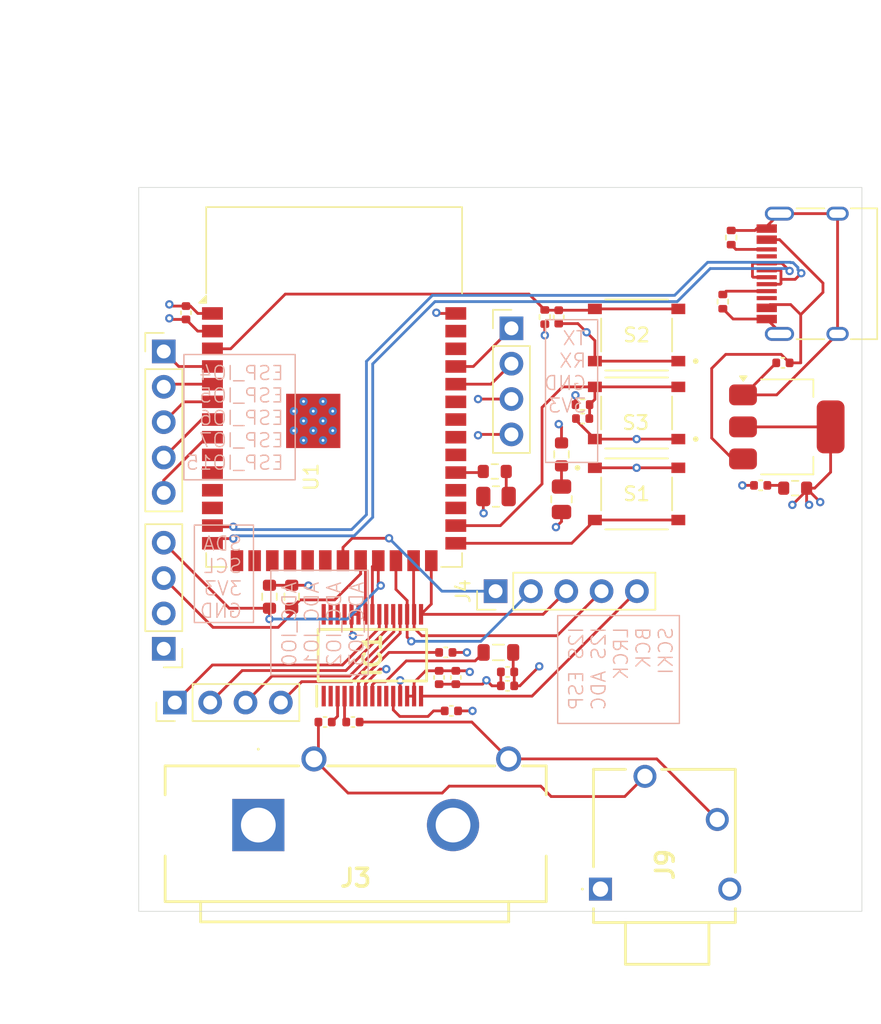
<source format=kicad_pcb>
(kicad_pcb (version 20240108) (generator "pcbnew") (generator_version "8.0")
  (layers (0 "F.Cu" signal) (1 "In1.Cu" signal) (2 "In2.Cu" signal) (31 "B.Cu" signal) (34 "B.Paste" user) (35 "F.Paste" user) (36 "B.SilkS" user "B.Silkscreen") (37 "F.SilkS" user "F.Silkscreen") (38 "B.Mask" user) (39 "F.Mask" user) (44 "Edge.Cuts" user))
  (net 0 "")
  (net 1 "GND")
  (net 2 "+5V")
  (net 3 "Net-(C2-Pad1)")
  (net 4 "+3V3")
  (net 5 "Net-(IC1-VINR1{slash}VIN2P)")
  (net 6 "Net-(IC1-VINL1{slash}VIN1P)")
  (net 7 "Net-(IC1-VREF)")
  (net 8 "Net-(IC1-LDO)")
  (net 9 "PHYS_INT")
  (net 10 "Net-(D1-A)")
  (net 11 "Net-(D2-A)")
  (net 13 "ADC_GPIO3")
  (net 15 "LRCK")
  (net 20 "SDA")
  (net 21 "SCKI")
  (net 22 "SCL")
  (net 23 "ADC_GPIO1")
  (net 24 "AVDD")
  (net 25 "DOUT_ADC")
  (net 26 "ADC_GPIO2")
  (net 28 "ADC_GPIO0")
  (net 31 "BCK")
  (net 32 "USB_D+")
  (net 35 "Net-(J2-CC1)")
  (net 36 "USB_D-")
  (net 37 "Net-(J2-CC2)")
  (net 38 "I2S_DOUT")
  (net 39 "ESP_IO6")
  (net 40 "ESP_IO15")
  (net 41 "ESP_IO5")
  (net 42 "ESP_IO4")
  (net 43 "ESP_IO7")
  (net 44 "TX")
  (net 45 "RX")
  (net 46 "RST")
  (net 47 "BOOT")
  (net 64 "R1")
  (net 65 "L1")
  (net 66 "ESP_IO38")
  (footprint "Resistor_SMD:R_0603_1608Metric" (layer "F.Cu") (at 181.4 78.175 90)
    (property "Reference" "R7" (hide yes))
    (property "Value" "2.2kOhm" (hide yes))
  )
  (footprint "Resistor_SMD:R_0805_2012Metric" (layer "F.Cu") (at 181.4 81.4 90)
    (property "Reference" "D1" (hide yes))
    (property "Value" "LED" (hide yes))
  )
  (footprint "Capacitor_SMD:C_0402_1005Metric" (layer "F.Cu") (at 197.32 71.6 180)
    (property "Reference" "C1" (hide yes))
    (property "Value" "10uF" (hide yes))
  )
  (footprint "Capacitor_SMD:C_0402_1005Metric" (layer "F.Cu") (at 173.8 94.2 90)
    (property "Reference" "C7" (hide yes))
    (property "Value" "10uF" (hide yes))
  )
  (footprint "KiCad:SJ43514" (layer "F.Cu") (at 184.2 109.4 90)
    (property "Reference" "J9")
    (property "Value" "SJ-43514" (hide yes))
  )
  (footprint "Resistor_SMD:R_0603_1608Metric" (layer "F.Cu") (at 176.6 79.4 180)
    (property "Reference" "R6" (hide yes))
    (property "Value" "2.2kOhm" (hide yes))
  )
  (footprint "Resistor_SMD:R_0402_1005Metric" (layer "F.Cu") (at 180.2 68.31 -90)
    (property "Reference" "R1" (hide yes))
    (property "Value" "10kOhm" (hide yes))
  )
  (footprint "Capacitor_SMD:C_0402_1005Metric" (layer "F.Cu") (at 177.52 93.8)
    (property "Reference" "C10" (hide yes))
    (property "Value" "100nF" (hide yes))
  )
  (footprint "Connector_PinHeader_2.54mm:PinHeader_1x05_P2.54mm_Vertical" (layer "F.Cu") (at 152.8 70.78)
    (property "Reference" "J5" (hide yes))
    (property "Value" "Conn_01x05_Pin" (hide yes))
  )
  (footprint "Resistor_SMD:R_0402_1005Metric" (layer "F.Cu") (at 193 67.2 -90)
    (property "Reference" "R4" (hide yes))
    (property "Value" "5.1kOhm" (hide yes))
  )
  (footprint "Connector_PinHeader_2.54mm:PinHeader_1x04_P2.54mm_Vertical" (layer "F.Cu") (at 152.8 92.14 180)
    (property "Reference" "J7" (hide yes))
    (property "Value" "Conn_01x04_Pin" (hide yes))
  )
  (footprint "Resistor_SMD:R_0603_1608Metric" (layer "F.Cu") (at 160.4 88.4 -90)
    (property "Reference" "R3" (hide yes))
    (property "Value" "2.2kOhm" (hide yes))
  )
  (footprint "Capacitor_SMD:C_0402_1005Metric" (layer "F.Cu") (at 173.48 96.6 180)
    (property "Reference" "C9" (hide yes))
    (property "Value" "2.2uF" (hide yes))
  )
  (footprint "Resistor_SMD:R_0402_1005Metric" (layer "F.Cu") (at 193.6 62.6 90)
    (property "Reference" "R5" (hide yes))
    (property "Value" "5.1kOhm" (hide yes))
  )
  (footprint "Capacitor_SMD:C_0402_1005Metric" (layer "F.Cu") (at 195.72 80.4 180)
    (property "Reference" "C2" (hide yes))
    (property "Value" "10uF" (hide yes))
  )
  (footprint "Capacitor_SMD:C_0402_1005Metric" (layer "F.Cu") (at 177.52 94.8)
    (property "Reference" "C11" (hide yes))
    (property "Value" "10uF" (hide yes))
  )
  (footprint "Capacitor_SMD:C_0402_1005Metric" (layer "F.Cu") (at 182.92 75.6)
    (property "Reference" "C12" (hide yes))
    (property "Value" "10uF" (hide yes))
  )
  (footprint "Capacitor_SMD:C_0402_1005Metric" (layer "F.Cu") (at 154.4 68 90)
    (property "Reference" "C3" (hide yes))
    (property "Value" "10uF" (hide yes))
  )
  (footprint "Resistor_SMD:R_0603_1608Metric" (layer "F.Cu") (at 198.2 80.6)
    (property "Reference" "R8" (hide yes))
    (property "Value" "0.5Ohm" (hide yes))
  )
  (footprint "Connector_USB:USB_C_Receptacle_HRO_TYPE-C-31-M-12" (layer "F.Cu") (at 200.2 65.2 90)
    (property "Reference" "J2" (hide yes))
    (property "Value" "USB_C_Receptacle_USB2.0_16P" (hide yes))
  )
  (footprint "Resistor_SMD:R_0805_2012Metric" (layer "F.Cu") (at 176.6875 81.2)
    (property "Reference" "D2" (hide yes))
    (property "Value" "LED" (hide yes))
  )
  (footprint "Resistor_SMD:R_0402_1005Metric" (layer "F.Cu") (at 182.91 74.6 180)
    (property "Reference" "R9" (hide yes))
    (property "Value" "10kOhm" (hide yes))
  )
  (footprint "RF_Module:ESP32-S3-WROOM-1" (layer "F.Cu") (at 165.05 73.31)
    (property "Reference" "U1")
    (property "Value" "ESP32-S3-WROOM-1" (hide yes))
  )
  (footprint "KiCad:SW_TS-1187A-B-A-B" (layer "F.Cu") (at 186.8 81.0125)
    (property "Reference" "S1")
    (property "Value" "TS-1187" (hide yes))
  )
  (footprint "KiCad:SOP50P640X120-30N" (layer "F.Cu") (at 167.8 92.6 90)
    (property "Reference" "IC1")
    (property "Value" "PCM1862DBT" (hide yes))
  )
  (footprint "KiCad:SW_TS-1187A-B-A-B" (layer "F.Cu") (at 186.8 69.6 180)
    (property "Reference" "S2")
    (property "Value" "TS-1187" (hide yes))
  )
  (footprint "Capacitor_SMD:C_0402_1005Metric" (layer "F.Cu") (at 166.4 97.4 180)
    (property "Reference" "C4" (hide yes))
    (property "Value" "10uF" (hide yes))
  )
  (footprint "KiCad:SW_TS-1187A-B-A-B" (layer "F.Cu") (at 186.8 75.2 180)
    (property "Reference" "S3")
    (property "Value" "TS-1187" (hide yes))
  )
  (footprint "Connector_PinHeader_2.54mm:PinHeader_1x05_P2.54mm_Vertical" (layer "F.Cu") (at 176.66 88 90)
    (property "Reference" "J4")
    (property "Value" "Conn_01x05_Pin" (hide yes))
  )
  (footprint "Inductor_SMD:L_0805_2012Metric" (layer "F.Cu") (at 176.8625 92.4 180)
    (property "Reference" "L1" (hide yes))
    (property "Value" "10uH" (hide yes))
  )
  (footprint "KiCad:RCJ2112" (layer "F.Cu") (at 159.6 104.8 180)
    (property "Reference" "J3")
    (property "Value" "RCJ-2112" (hide yes))
  )
  (footprint "Resistor_SMD:R_0603_1608Metric" (layer "F.Cu") (at 162 88.4 -90)
    (property "Reference" "R2" (hide yes))
    (property "Value" "2.2kOhm" (hide yes))
  )
  (footprint "Capacitor_SMD:C_0402_1005Metric" (layer "F.Cu") (at 172.6 94.2 90)
    (property "Reference" "C6" (hide yes))
    (property "Value" "100nF" (hide yes))
  )
  (footprint "Package_TO_SOT_SMD:SOT-223-3_TabPin2" (layer "F.Cu") (at 197.6 76.2)
    (property "Reference" "U2" (hide yes))
    (property "Value" "AMS1117-3.3" (hide yes))
  )
  (footprint "Capacitor_SMD:C_0402_1005Metric" (layer "F.Cu") (at 181.2 68.3 90)
    (property "Reference" "C13" (hide yes))
    (property "Value" "10uF" (hide yes))
  )
  (footprint "Capacitor_SMD:C_0402_1005Metric" (layer "F.Cu") (at 173.08 92.4 180)
    (property "Reference" "C8" (hide yes))
    (property "Value" "2.2uF" (hide yes))
  )
  (footprint "Connector_PinHeader_2.54mm:PinHeader_1x04_P2.54mm_Vertical" (layer "F.Cu") (at 177.8 69.12)
    (property "Reference" "J8" (hide yes))
    (property "Value" "Conn_01x04_Pin" (hide yes))
  )
  (footprint "Capacitor_SMD:C_0402_1005Metric" (layer "F.Cu") (at 164.4 97.4)
    (property "Reference" "C5" (hide yes))
    (property "Value" "10uF" (hide yes))
  )
  (footprint "Connector_PinHeader_2.54mm:PinHeader_1x04_P2.54mm_Vertical" (layer "F.Cu") (at 153.6 96 90)
    (property "Reference" "J6" (hide yes))
    (property "Value" "Conn_01x04_Pin" (hide yes))
  )
  (gr_rect (start 151 59) (end 203 111) (stroke (width 0.05)) (fill none) (layer "Edge.Cuts"))
  (gr_text_box "I2S ESP\nI2S ADC\nLRCK\nBCK\nSCKI" (start 181.125 89.75) (end 189.875 97.5) (angle 90) (layer "B.SilkS") (effects (font (size 1 1) (thickness 0.1)) (justify left top mirror)) (border yes) (stroke (width 0.1)))
  (gr_text_box "ADC_IO0\nADC_IO1\nADC_IO2\nADC_IO3" (start 160.5 86.5) (end 167.5 94) (angle 90) (layer "B.SilkS") (effects (font (size 1 1) (thickness 0.1)) (justify left top mirror)) (border yes) (stroke (width 0.1)))
  (gr_text_box "SDA\nSCL\n3V3\nGND" (start 155 83.25) (end 159.25 90.25) (layer "B.SilkS") (effects (font (size 1 1) (thickness 0.1)) (justify left top mirror)) (border yes) (stroke (width 0.1)))
  (gr_text_box "ESP_IO4\nESP_IO5\nESP_IO6\nESP_IO7\nESP_IO15" (start 154.25 71) (end 162.25 80) (layer "B.SilkS") (effects (font (size 1 1) (thickness 0.1)) (justify left top mirror)) (border yes) (stroke (width 0.1)))
  (gr_text_box "TX\nRX\nGND\n3V3" (start 180.25 68.5) (end 184 78.75) (layer "B.SilkS") (effects (font (size 1 1) (thickness 0.1)) (justify left top mirror)) (border yes) (stroke (width 0.1)))
  (segment (start 197.07 69.365) (end 196.155 68.45) (width 0.2) (layer "F.Cu") (net 1))
  (segment (start 193 67.71) (end 193.74 68.45) (width 0.2) (layer "F.Cu") (net 1))
  (segment (start 194.54 73.9) (end 196.84 71.6) (width 0.2) (layer "F.Cu") (net 1))
  (segment (start 175.775 81.2) (end 175.775 82.375) (width 0.2) (layer "F.Cu") (net 1))
  (segment (start 153.32 67.52) (end 153.2 67.4) (width 0.2) (layer "F.Cu") (net 1))
  (segment (start 167.3 95.538) (end 167.3 94.656122) (width 0.2) (layer "F.Cu") (net 1))
  (segment (start 183.8 71.475) (end 189.8 71.475) (width 0.2) (layer "F.Cu") (net 1))
  (segment (start 177.04 93.8) (end 177.04 94.8) (width 0.2) (layer "F.Cu") (net 1))
  (segment (start 154.4 67.52) (end 154.72 67.52) (width 0.2) (layer "F.Cu") (net 1))
  (segment (start 177.8 74.2) (end 175.4 74.2) (width 0.2) (layer "F.Cu") (net 1))
  (segment (start 176.4 94.8) (end 176 94.4) (width 0.2) (layer "F.Cu") (net 1))
  (segment (start 182.58 68.78) (end 183.2 69.4) (width 0.2) (layer "F.Cu") (net 1))
  (segment (start 196.155 61.95) (end 196.155 61.795) (width 0.2) (layer "F.Cu") (net 1))
  (segment (start 194.45 73.9) (end 194.54 73.9) (width 0.2) (layer "F.Cu") (net 1))
  (segment (start 181.4 82.3125) (end 181.4 83) (width 0.2) (layer "F.Cu") (net 1))
  (segment (start 173.56 92.4) (end 174.6 92.4) (width 0.2) (layer "F.Cu") (net 1))
  (segment (start 196.84 69.75) (end 197.07 69.52) (width 0.2) (layer "F.Cu") (net 1))
  (segment (start 169.8 95.538) (end 169.8 94.4) (width 0.2) (layer "F.Cu") (net 1))
  (segment (start 173.8 94.68) (end 175.72 94.68) (width 0.2) (layer "F.Cu") (net 1))
  (segment (start 193.74 68.45) (end 196.155 68.45) (width 0.2) (layer "F.Cu") (net 1))
  (segment (start 167.3 94.656122) (end 168.356122 93.6) (width 0.2) (layer "F.Cu") (net 1))
  (segment (start 195.24 80.4) (end 194.4 80.4) (width 0.2) (layer "F.Cu") (net 1))
  (segment (start 197.07 69.52) (end 197.07 69.365) (width 0.2) (layer "F.Cu") (net 1))
  (segment (start 201.25 60.88) (end 201.25 69.52) (width 0.2) (layer "F.Cu") (net 1))
  (segment (start 196.87 73.9) (end 194.45 73.9) (width 0.2) (layer "F.Cu") (net 1))
  (segment (start 196.155 61.795) (end 197.07 60.88) (width 0.2) (layer "F.Cu") (net 1))
  (segment (start 181.4 83) (end 181 83.4) (width 0.2) (layer "F.Cu") (net 1))
  (segment (start 182.44 75.6) (end 182.44 75.715) (width 0.2) (layer "F.Cu") (net 1))
  (segment (start 154.4 67.52) (end 153.32 67.52) (width 0.2) (layer "F.Cu") (net 1))
  (segment (start 181.2 68.78) (end 182.58 68.78) (width 0.2) (layer "F.Cu") (net 1))
  (segment (start 183.8 77.075) (end 189.8 77.075) (width 0.2) (layer "F.Cu") (net 1))
  (segment (start 183.8 79.1375) (end 189.8 79.1375) (width 0.2) (layer "F.Cu") (net 1))
  (segment (start 175.72 94.68) (end 176 94.4) (width 0.2) (layer "F.Cu") (net 1))
  (segment (start 195.45 61.95) (end 195.31 62.09) (width 0.2) (layer "F.Cu") (net 1))
  (segment (start 154.72 67.52) (end 155.25 68.05) (width 0.2) (layer "F.Cu") (net 1))
  (segment (start 183.8 70) (end 183.2 69.4) (width 0.2) (layer "F.Cu") (net 1))
  (segment (start 182.44 75.715) (end 183.8 77.075) (width 0.2) (layer "F.Cu") (net 1))
  (segment (start 168.356122 93.6) (end 168.8 93.6) (width 0.2) (layer "F.Cu") (net 1))
  (segment (start 173.8 68.05) (end 172.45 68.05) (width 0.2) (layer "F.Cu") (net 1))
  (segment (start 173.96 96.6) (end 175 96.6) (width 0.2) (layer "F.Cu") (net 1))
  (segment (start 201.25 69.52) (end 196.87 73.9) (width 0.2) (layer "F.Cu") (net 1))
  (segment (start 166.3 89.662) (end 166.8 89.662) (width 0.2) (layer "F.Cu") (net 1))
  (segment (start 195.31 62.09) (end 193.6 62.09) (width 0.2) (layer "F.Cu") (net 1))
  (segment (start 175.775 82.375) (end 175.8 82.4) (width 0.2) (layer "F.Cu") (net 1))
  (segment (start 155.25 68.05) (end 156.3 68.05) (width 0.2) (layer "F.Cu") (net 1))
  (segment (start 183.8 71.475) (end 183.8 70) (width 0.2) (layer "F.Cu") (net 1))
  (segment (start 172.6 94.68) (end 173.8 94.68) (width 0.2) (layer "F.Cu") (net 1))
  (segment (start 166.3 91.1) (end 166.4 91.2) (width 0.2) (layer "F.Cu") (net 1))
  (segment (start 156.11 68.24) (end 156.3 68.05) (width 0.2) (layer "F.Cu") (net 1))
  (segment (start 197.07 60.88) (end 201.25 60.88) (width 0.2) (layer "F.Cu") (net 1))
  (segment (start 166.3 89.662) (end 166.3 91.1) (width 0.2) (layer "F.Cu") (net 1))
  (segment (start 177.04 94.8) (end 176.4 94.8) (width 0.2) (layer "F.Cu") (net 1))
  (segment (start 196.155 61.95) (end 195.45 61.95) (width 0.2) (layer "F.Cu") (net 1))
  (segment (start 172.45 68.05) (end 172.4 68) (width 0.2) (layer "F.Cu") (net 1))
  (via (at 172.4 68) (size 0.6) (drill 0.3) (layers "F.Cu" "B.Cu") (net 1))
  (via (at 176 94.4) (size 0.6) (drill 0.3) (layers "F.Cu" "B.Cu") (net 1))
  (via (at 183.2 69.4) (size 0.6) (drill 0.3) (layers "F.Cu" "B.Cu") (net 1))
  (via (at 194.4 80.4) (size 0.6) (drill 0.3) (layers "F.Cu" "B.Cu") (net 1))
  (via (at 175.4 74.2) (size 0.6) (drill 0.3) (layers "F.Cu" "B.Cu") (net 1))
  (via (at 181 83.4) (size 0.6) (drill 0.3) (layers "F.Cu" "B.Cu") (net 1))
  (via (at 169.8 94.4) (size 0.6) (drill 0.3) (layers "F.Cu" "B.Cu") (net 1))
  (via (at 186.8 79.1375) (size 0.6) (drill 0.3) (layers "F.Cu" "B.Cu") (net 1))
  (via (at 174.6 92.4) (size 0.6) (drill 0.3) (layers "F.Cu" "B.Cu") (net 1))
  (via (at 175.8 82.4) (size 0.6) (drill 0.3) (layers "F.Cu" "B.Cu") (net 1))
  (via (at 168.8 93.6) (size 0.6) (drill 0.3) (layers "F.Cu" "B.Cu") (net 1))
  (via (at 175 96.6) (size 0.6) (drill 0.3) (layers "F.Cu" "B.Cu") (net 1))
  (via (at 166.4 91.2) (size 0.6) (drill 0.3) (layers "F.Cu" "B.Cu") (net 1))
  (via (at 186.8 77.075) (size 0.6) (drill 0.3) (layers "F.Cu" "B.Cu") (net 1))
  (via (at 153.2 67.4) (size 0.6) (drill 0.3) (layers "F.Cu" "B.Cu") (net 1))
  (segment (start 197.879594 67.415) (end 198.6 68.135406) (width 0.2) (layer "F.Cu") (net 2))
  (segment (start 193.7 78.5) (end 194.45 78.5) (width 0.2) (layer "F.Cu") (net 2))
  (segment (start 197.8 71.6) (end 197.19 70.99) (width 0.2) (layer "F.Cu") (net 2))
  (segment (start 200.2 65.87) (end 200.2 66.535406) (width 0.2) (layer "F.Cu") (net 2))
  (segment (start 196.155 67.65) (end 196.39 67.415) (width 0.2) (layer "F.Cu") (net 2))
  (segment (start 196.155 62.75) (end 197.08 62.75) (width 0.2) (layer "F.Cu") (net 2))
  (segment (start 193.21 70.99) (end 192.2 72) (width 0.2) (layer "F.Cu") (net 2))
  (segment (start 200.2 66.535406) (end 198.6 68.135406) (width 0.2) (layer "F.Cu") (net 2))
  (segment (start 198.6 68.135406) (end 198.6 71.6) (width 0.2) (layer "F.Cu") (net 2))
  (segment (start 197.08 62.75) (end 200.2 65.87) (width 0.2) (layer "F.Cu") (net 2))
  (segment (start 198.6 71.6) (end 197.8 71.6) (width 0.2) (layer "F.Cu") (net 2))
  (segment (start 197.19 70.99) (end 193.21 70.99) (width 0.2) (layer "F.Cu") (net 2))
  (segment (start 192.2 77) (end 193.7 78.5) (width 0.2) (layer "F.Cu") (net 2))
  (segment (start 196.39 67.415) (end 197.879594 67.415) (width 0.2) (layer "F.Cu") (net 2))
  (segment (start 192.2 72) (end 192.2 77) (width 0.2) (layer "F.Cu") (net 2))
  (segment (start 196.2 80.4) (end 197.175 80.4) (width 0.2) (layer "F.Cu") (net 3))
  (segment (start 197.175 80.4) (end 197.375 80.6) (width 0.2) (layer "F.Cu") (net 3))
  (segment (start 154.4 68.48) (end 153.28 68.48) (width 0.2) (layer "F.Cu") (net 4))
  (segment (start 199.025 80.6) (end 199.025 80.625) (width 0.2) (layer "F.Cu") (net 4))
  (segment (start 174.72 93.72) (end 174.8 93.8) (width 0.2) (layer "F.Cu") (net 4))
  (segment (start 177.925 93.725) (end 178 93.8) (width 0.2) (layer "F.Cu") (net 4))
  (segment (start 199.025 80.6) (end 199.025 80.775) (width 0.2) (layer "F.Cu") (net 4))
  (segment (start 181.4 77.35) (end 181.4 76.2) (width 0.2) (layer "F.Cu") (net 4))
  (segment (start 178.4 94.8) (end 179.8 93.4) (width 0.2) (layer "F.Cu") (net 4))
  (segment (start 156.18 69.2) (end 156.3 69.32) (width 0.2) (layer "F.Cu") (net 4))
  (segment (start 199.025 80.6) (end 199.025 81.625) (width 0.2) (layer "F.Cu") (net 4))
  (segment (start 162 87.575) (end 160.4 87.575) (width 0.2) (layer "F.Cu") (net 4))
  (segment (start 181.4 76.2) (end 181.2 76) (width 0.2) (layer "F.Cu") (net 4))
  (segment (start 175.46 76.74) (end 175.4 76.8) (width 0.2) (layer "F.Cu") (net 4))
  (segment (start 199.025 81.625) (end 199.2 81.8) (width 0.2) (layer "F.Cu") (net 4))
  (segment (start 180.2 68.82) (end 180.2 69.62) (width 0.2) (layer "F.Cu") (net 4))
  (segment (start 199.6 80.6) (end 199.025 80.6) (width 0.2) (layer "F.Cu") (net 4))
  (segment (start 162 87.575) (end 163.175 87.575) (width 0.2) (layer "F.Cu") (net 4))
  (segment (start 200.75 79.45) (end 199.6 80.6) (width 0.2) (layer "F.Cu") (net 4))
  (segment (start 199.025 80.625) (end 200 81.6) (width 0.2) (layer "F.Cu") (net 4))
  (segment (start 177.925 92.4) (end 177.925 93.725) (width 0.2) (layer "F.Cu") (net 4))
  (segment (start 170.8 95.538) (end 170.8 94.5505) (width 0.2) (layer "F.Cu") (net 4))
  (segment (start 170.3 95.538) (end 170.8 95.538) (width 0.2) (layer "F.Cu") (net 4))
  (segment (start 163.175 87.575) (end 163.2 87.6) (width 0.2) (layer "F.Cu") (net 4))
  (segment (start 171.6305 93.72) (end 172.6 93.72) (width 0.2) (layer "F.Cu") (net 4))
  (segment (start 199.025 80.775) (end 198 81.8) (width 0.2) (layer "F.Cu") (net 4))
  (segment (start 194.45 76.2) (end 200.75 76.2) (width 0.2) (layer "F.Cu") (net 4))
  (segment (start 153.28 68.48) (end 153.2 68.4) (width 0.2) (layer "F.Cu") (net 4))
  (segment (start 170.3 95.538) (end 170.3 94.9505) (width 0.2) (layer "F.Cu") (net 4))
  (segment (start 182.4 74.6) (end 182.4 73.925) (width 0.2) (layer "F.Cu") (net 4))
  (segment (start 178 93.8) (end 178 94.8) (width 0.2) (layer "F.Cu") (net 4))
  (segment (start 155.24 69.32) (end 156.3 69.32) (width 0.2) (layer "F.Cu") (net 4))
  (segment (start 170.8 94.5505) (end 171.6305 93.72) (width 0.2) (layer "F.Cu") (net 4))
  (segment (start 178 94.8) (end 178.4 94.8) (width 0.2) (layer "F.Cu") (net 4))
  (segment (start 200.75 76.2) (end 200.75 79.45) (width 0.2) (layer "F.Cu") (net 4))
  (segment (start 172.6 93.72) (end 173.8 93.72) (width 0.2) (layer "F.Cu") (net 4))
  (segment (start 177.8 76.74) (end 175.46 76.74) (width 0.2) (layer "F.Cu") (net 4))
  (segment (start 173.8 93.72) (end 174.72 93.72) (width 0.2) (layer "F.Cu") (net 4))
  (segment (start 154.4 68.48) (end 155.24 69.32) (width 0.2) (layer "F.Cu") (net 4))
  (via (at 175.4 76.8) (size 0.6) (drill 0.3) (layers "F.Cu" "B.Cu") (net 4))
  (via (at 180.2 69.62) (size 0.6) (drill 0.3) (layers "F.Cu" "B.Cu") (net 4))
  (via (at 199.2 81.8) (size 0.6) (drill 0.3) (layers "F.Cu" "B.Cu") (net 4))
  (via (at 198 81.8) (size 0.6) (drill 0.3) (layers "F.Cu" "B.Cu") (net 4))
  (via (at 182.4 73.925) (size 0.6) (drill 0.3) (layers "F.Cu" "B.Cu") (net 4))
  (via (at 179.8 93.4) (size 0.6) (drill 0.3) (layers "F.Cu" "B.Cu") (net 4))
  (via (at 181.2 76) (size 0.6) (drill 0.3) (layers "F.Cu" "B.Cu") (net 4))
  (via (at 174.8 93.8) (size 0.6) (drill 0.3) (layers "F.Cu" "B.Cu") (net 4))
  (via (at 153.2 68.4) (size 0.6) (drill 0.3) (layers "F.Cu" "B.Cu") (net 4))
  (via (at 200 81.6) (size 0.6) (drill 0.3) (layers "F.Cu" "B.Cu") (net 4))
  (via (at 163.2 87.6) (size 0.6) (drill 0.3) (layers "F.Cu" "B.Cu") (net 4))
  (segment (start 165.8 97.28) (end 165.8 95.538) (width 0.2) (layer "F.Cu") (net 5))
  (segment (start 165.92 97.4) (end 165.8 97.28) (width 0.2) (layer "F.Cu") (net 5))
  (segment (start 165.3 96.98) (end 165.3 95.538) (width 0.2) (layer "F.Cu") (net 6))
  (segment (start 164.88 97.4) (end 165.3 96.98) (width 0.2) (layer "F.Cu") (net 6))
  (segment (start 166.8 95.538) (end 166.8 94.590436) (width 0.2) (layer "F.Cu") (net 7))
  (segment (start 166.8 94.590436) (end 168.990436 92.4) (width 0.2) (layer "F.Cu") (net 7))
  (segment (start 168.990436 92.4) (end 172.6 92.4) (width 0.2) (layer "F.Cu") (net 7))
  (segment (start 169.3 96.5255) (end 169.7745 97) (width 0.2) (layer "F.Cu") (net 8))
  (segment (start 172.2 96.6) (end 173 96.6) (width 0.2) (layer "F.Cu") (net 8))
  (segment (start 169.7745 97) (end 171.8 97) (width 0.2) (layer "F.Cu") (net 8))
  (segment (start 169.3 95.538) (end 169.3 96.5255) (width 0.2) (layer "F.Cu") (net 8))
  (segment (start 171.8 97) (end 172.2 96.6) (width 0.2) (layer "F.Cu") (net 8))
  (segment (start 180 74.8) (end 181.475 73.325) (width 0.2) (layer "F.Cu") (net 9))
  (segment (start 183.8 73.325) (end 183.8 74.22) (width 0.2) (layer "F.Cu") (net 9))
  (segment (start 183.8 73.325) (end 189.8 73.325) (width 0.2) (layer "F.Cu") (net 9))
  (segment (start 183.42 75.58) (end 183.4 75.6) (width 0.2) (layer "F.Cu") (net 9))
  (segment (start 183.42 74.6) (end 183.42 75.58) (width 0.2) (layer "F.Cu") (net 9))
  (segment (start 180 80.297244) (end 180 74.8) (width 0.2) (layer "F.Cu") (net 9))
  (segment (start 182 73.325) (end 183.8 73.325) (width 0.2) (layer "F.Cu") (net 9))
  (segment (start 183.8 74.22) (end 183.42 74.6) (width 0.2) (layer "F.Cu") (net 9))
  (segment (start 177.007244 83.29) (end 180 80.297244) (width 0.2) (layer "F.Cu") (net 9))
  (segment (start 181.475 73.325) (end 182 73.325) (width 0.2) (layer "F.Cu") (net 9))
  (segment (start 173.8 83.29) (end 177.007244 83.29) (width 0.2) (layer "F.Cu") (net 9))
  (segment (start 181.4 79) (end 181.4 80.4875) (width 0.2) (layer "F.Cu") (net 10))
  (segment (start 177.425 81.025) (end 177.6 81.2) (width 0.2) (layer "F.Cu") (net 11))
  (segment (start 177.425 79.4) (end 177.425 81.025) (width 0.2) (layer "F.Cu") (net 11))
  (segment (start 169.8 91.02475) (end 166.32425 94.5005) (width 0.2) (layer "F.Cu") (net 13))
  (segment (start 162.7195 94.5005) (end 161.22 96) (width 0.2) (layer "F.Cu") (net 13))
  (segment (start 169.8 89.662) (end 169.8 91.02475) (width 0.2) (layer "F.Cu") (net 13))
  (segment (start 166.32425 94.5005) (end 162.7195 94.5005) (width 0.2) (layer "F.Cu") (net 13))
  (segment (start 171.3 89.662) (end 180.078 89.662) (width 0.2) (layer "F.Cu") (net 15))
  (segment (start 172.035 88.927) (end 171.3 89.662) (width 0.2) (layer "F.Cu") (net 15))
  (segment (start 172.035 85.81) (end 172.035 88.927) (width 0.2) (layer "F.Cu") (net 15))
  (segment (start 180.078 89.662) (end 181.74 88) (width 0.2) (layer "F.Cu") (net 15))
  (segment (start 157.505 89.225) (end 152.8 84.52) (width 0.2) (layer "F.Cu") (net 20))
  (segment (start 168.225 85.81) (end 167.8 86.235) (width 0.2) (layer "F.Cu") (net 20))
  (segment (start 168.225 87.425) (end 168.4 87.6) (width 0.2) (layer "F.Cu") (net 20))
  (segment (start 160.4 89.225) (end 160.4 90) (width 0.2) (layer "F.Cu") (net 20))
  (segment (start 168.225 85.81) (end 168.225 87.425) (width 0.2) (layer "F.Cu") (net 20))
  (segment (start 167.8 86.235) (end 167.8 89.662) (width 0.2) (layer "F.Cu") (net 20))
  (segment (start 160.4 89.225) (end 157.505 89.225) (width 0.2) (layer "F.Cu") (net 20))
  (via (at 160.4 90) (size 0.6) (drill 0.3) (layers "F.Cu" "B.Cu") (net 20))
  (via (at 168.4 87.6) (size 0.6) (drill 0.3) (layers "F.Cu" "B.Cu") (net 20))
  (segment (start 168.4 87.6) (end 166 90) (width 0.2) (layer "B.Cu") (net 20))
  (segment (start 166 90) (end 160.4 90) (width 0.2) (layer "B.Cu") (net 20))
  (segment (start 179.282 95.538) (end 186.82 88) (width 0.2) (layer "F.Cu") (net 21))
  (segment (start 171.3 95.538) (end 179.282 95.538) (width 0.2) (layer "F.Cu") (net 21))
  (segment (start 156.34 90.6) (end 152.8 87.06) (width 0.2) (layer "F.Cu") (net 22))
  (segment (start 166.955 86.76) (end 165.0905 88.6245) (width 0.2) (layer "F.Cu") (net 22))
  (segment (start 166.955 85.81) (end 167.3 86.155) (width 0.2) (layer "F.Cu") (net 22))
  (segment (start 162 89.225) (end 162 89.625) (width 0.2) (layer "F.Cu") (net 22))
  (segment (start 162.6005 88.6245) (end 162 89.225) (width 0.2) (layer "F.Cu") (net 22))
  (segment (start 167.3 86.155) (end 167.3 89.662) (width 0.2) (layer "F.Cu") (net 22))
  (segment (start 162 89.625) (end 161.025 90.6) (width 0.2) (layer "F.Cu") (net 22))
  (segment (start 166.955 85.81) (end 166.955 86.76) (width 0.2) (layer "F.Cu") (net 22))
  (segment (start 165.0905 88.6245) (end 162.6005 88.6245) (width 0.2) (layer "F.Cu") (net 22))
  (segment (start 161.025 90.6) (end 156.34 90.6) (width 0.2) (layer "F.Cu") (net 22))
  (segment (start 165.8995 93.7005) (end 158.4395 93.7005) (width 0.2) (layer "F.Cu") (net 23))
  (segment (start 158.4395 93.7005) (end 156.14 96) (width 0.2) (layer "F.Cu") (net 23))
  (segment (start 168.8 90.8) (end 165.8995 93.7005) (width 0.2) (layer "F.Cu") (net 23))
  (segment (start 168.8 89.662) (end 168.8 90.8) (width 0.2) (layer "F.Cu") (net 23))
  (segment (start 175.19 93.01) (end 175.8 92.4) (width 0.2) (layer "F.Cu") (net 24))
  (segment (start 170.238529 93.01) (end 175.19 93.01) (width 0.2) (layer "F.Cu") (net 24))
  (segment (start 167.8 95.538) (end 167.8 94.721808) (width 0.2) (layer "F.Cu") (net 24))
  (segment (start 167.8 94.721808) (end 168.021308 94.5005) (width 0.2) (layer "F.Cu") (net 24))
  (segment (start 168.748029 94.5005) (end 170.238529 93.01) (width 0.2) (layer "F.Cu") (net 24))
  (segment (start 168.021308 94.5005) (end 168.748029 94.5005) (width 0.2) (layer "F.Cu") (net 24))
  (segment (start 170.3 91.3) (end 170.6 91.6) (width 0.2) (layer "F.Cu") (net 25))
  (segment (start 169.495 87.8695) (end 170.3 88.6745) (width 0.2) (layer "F.Cu") (net 25))
  (segment (start 170.3 88.6745) (end 170.3 89.662) (width 0.2) (layer "F.Cu") (net 25))
  (segment (start 169.495 85.81) (end 169.495 87.8695) (width 0.2) (layer "F.Cu") (net 25))
  (segment (start 170.3 89.662) (end 170.3 91.3) (width 0.2) (layer "F.Cu") (net 25))
  (via (at 170.6 91.6) (size 0.6) (drill 0.3) (layers "F.Cu" "B.Cu") (net 25))
  (segment (start 175.6 91.6) (end 179.2 88) (width 0.2) (layer "B.Cu") (net 25))
  (segment (start 170.6 91.6) (end 175.6 91.6) (width 0.2) (layer "B.Cu") (net 25))
  (segment (start 169.35 90.909064) (end 166.158564 94.1005) (width 0.2) (layer "F.Cu") (net 26))
  (segment (start 169.3 89.662) (end 169.35 89.712) (width 0.2) (layer "F.Cu") (net 26))
  (segment (start 169.35 89.712) (end 169.35 90.909064) (width 0.2) (layer "F.Cu") (net 26))
  (segment (start 166.158564 94.1005) (end 160.5795 94.1005) (width 0.2) (layer "F.Cu") (net 26))
  (segment (start 160.5795 94.1005) (end 158.68 96) (width 0.2) (layer "F.Cu") (net 26))
  (segment (start 168.3 89.662) (end 168.3 90.6495) (width 0.2) (layer "F.Cu") (net 28))
  (segment (start 168.3 90.6495) (end 165.649 93.3005) (width 0.2) (layer "F.Cu") (net 28))
  (segment (start 156.2995 93.3005) (end 153.6 96) (width 0.2) (layer "F.Cu") (net 28))
  (segment (start 165.649 93.3005) (end 156.2995 93.3005) (width 0.2) (layer "F.Cu") (net 28))
  (segment (start 171.3505 91.2) (end 181.08 91.2) (width 0.2) (layer "F.Cu") (net 31))
  (segment (start 181.08 91.2) (end 184.28 88) (width 0.2) (layer "F.Cu") (net 31))
  (segment (start 170.8 90.6495) (end 171.3505 91.2) (width 0.2) (layer "F.Cu") (net 31))
  (segment (start 170.765 85.81) (end 170.765 89.627) (width 0.2) (layer "F.Cu") (net 31))
  (segment (start 170.765 89.627) (end 170.8 89.662) (width 0.2) (layer "F.Cu") (net 31))
  (segment (start 170.8 89.662) (end 170.8 90.6495) (width 0.2) (layer "F.Cu") (net 31))
  (segment (start 195.18 65.45) (end 196.155 65.45) (width 0.2) (layer "F.Cu") (net 32))
  (segment (start 197.25 64.45) (end 197.8 65) (width 0.2) (layer "F.Cu") (net 32))
  (segment (start 157.8 84.225) (end 156.635 84.225) (width 0.2) (layer "F.Cu") (net 32))
  (segment (start 195.13 64.5) (end 195.13 65.4) (width 0.2) (layer "F.Cu") (net 32))
  (segment (start 156.635 84.225) (end 156.3 84.56) (width 0.2) (layer "F.Cu") (net 32))
  (segment (start 195.13 65.4) (end 195.18 65.45) (width 0.2) (layer "F.Cu") (net 32))
  (segment (start 196.155 64.45) (end 197.25 64.45) (width 0.2) (layer "F.Cu") (net 32))
  (segment (start 195.18 64.45) (end 195.13 64.5) (width 0.2) (layer "F.Cu") (net 32))
  (segment (start 196.155 64.45) (end 195.18 64.45) (width 0.2) (layer "F.Cu") (net 32))
  (via (at 157.8 84.225) (size 0.6) (drill 0.3) (layers "F.Cu" "B.Cu") (net 32))
  (via (at 197.8 65) (size 0.6) (drill 0.3) (layers "F.Cu" "B.Cu") (net 32))
  (segment (start 189.7182 67.2) (end 172.3 67.2) (width 0.2) (layer "B.Cu") (net 32))
  (segment (start 158.199999 84.025001) (end 157.999999 84.025001) (width 0.2) (layer "B.Cu") (net 32))
  (segment (start 157.999999 84.025001) (end 157.8 84.225) (width 0.2) (layer "B.Cu") (net 32))
  (segment (start 197.8 65) (end 197.8 64.954927) (width 0.2) (layer "B.Cu") (net 32))
  (segment (start 192.0932 64.825) (end 189.7182 67.2) (width 0.2) (layer "B.Cu") (net 32))
  (segment (start 197.670073 64.825) (end 192.0932 64.825) (width 0.2) (layer "B.Cu") (net 32))
  (segment (start 197.8 64.954927) (end 197.670073 64.825) (width 0.2) (layer "B.Cu") (net 32))
  (segment (start 166.4932 84.025) (end 158.2 84.025) (width 0.2) (layer "B.Cu") (net 32))
  (segment (start 172.3 67.2) (end 167.825 71.675) (width 0.2) (layer "B.Cu") (net 32))
  (segment (start 167.825 82.6932) (end 166.4932 84.025) (width 0.2) (layer "B.Cu") (net 32))
  (segment (start 158.2 84.025) (end 158.199999 84.025001) (width 0.2) (layer "B.Cu") (net 32))
  (segment (start 167.825 71.675) (end 167.825 82.6932) (width 0.2) (layer "B.Cu") (net 32))
  (segment (start 193.24 66.45) (end 193 66.69) (width 0.2) (layer "F.Cu") (net 35))
  (segment (start 196.155 66.45) (end 193.24 66.45) (width 0.2) (layer "F.Cu") (net 35))
  (segment (start 197.18 65) (end 197.13 64.95) (width 0.2) (layer "F.Cu") (net 36))
  (segment (start 157.8 83.375) (end 156.385 83.375) (width 0.2) (layer "F.Cu") (net 36))
  (segment (start 196.155 65.95) (end 197.13 65.95) (width 0.2) (layer "F.Cu") (net 36))
  (segment (start 197.18 65.6) (end 197.18 65) (width 0.2) (layer "F.Cu") (net 36))
  (segment (start 156.385 83.375) (end 156.3 83.29) (width 0.2) (layer "F.Cu") (net 36))
  (segment (start 197.18 65.6) (end 198.2 65.6) (width 0.2) (layer "F.Cu") (net 36))
  (segment (start 198.2 65.6) (end 198.640735 65.159265) (width 0.2) (layer "F.Cu") (net 36))
  (segment (start 197.13 64.95) (end 196.155 64.95) (width 0.2) (layer "F.Cu") (net 36))
  (segment (start 197.13 65.95) (end 197.18 65.9) (width 0.2) (layer "F.Cu") (net 36))
  (segment (start 197.18 65.9) (end 197.18 65.6) (width 0.2) (layer "F.Cu") (net 36))
  (via (at 198.640735 65.159265) (size 0.6) (drill 0.3) (layers "F.Cu" "B.Cu") (net 36))
  (via (at 157.8 83.375) (size 0.6) (drill 0.3) (layers "F.Cu" "B.Cu") (net 36))
  (segment (start 166.3068 83.575) (end 158.2 83.575) (width 0.2) (layer "B.Cu") (net 36))
  (segment (start 158.199999 83.574999) (end 157.999999 83.574999) (width 0.2) (layer "B.Cu") (net 36))
  (segment (start 172.1136 66.75) (end 167.375 71.4886) (width 0.2) (layer "B.Cu") (net 36))
  (segment (start 198.4 64.91853) (end 198.4 64.751471) (width 0.2) (layer "B.Cu") (net 36))
  (segment (start 198.048529 64.4) (end 197.88147 64.4) (width 0.2) (layer "B.Cu") (net 36))
  (segment (start 198.640735 65.159265) (end 198.4 64.91853) (width 0.2) (layer "B.Cu") (net 36))
  (segment (start 167.375 82.5068) (end 166.3068 83.575) (width 0.2) (layer "B.Cu") (net 36))
  (segment (start 197.88147 64.4) (end 197.85647 64.375) (width 0.2) (layer "B.Cu") (net 36))
  (segment (start 189.5318 66.75) (end 172.1136 66.75) (width 0.2) (layer "B.Cu") (net 36))
  (segment (start 158.2 83.575) (end 158.199999 83.574999) (width 0.2) (layer "B.Cu") (net 36))
  (segment (start 191.9068 64.375) (end 189.5318 66.75) (width 0.2) (layer "B.Cu") (net 36))
  (segment (start 197.85647 64.375) (end 191.9068 64.375) (width 0.2) (layer "B.Cu") (net 36))
  (segment (start 157.999999 83.574999) (end 157.8 83.375) (width 0.2) (layer "B.Cu") (net 36))
  (segment (start 198.4 64.751471) (end 198.048529 64.4) (width 0.2) (layer "B.Cu") (net 36))
  (segment (start 167.375 71.4886) (end 167.375 82.5068) (width 0.2) (layer "B.Cu") (net 36))
  (segment (start 193.94 63.45) (end 193.6 63.11) (width 0.2) (layer "F.Cu") (net 37))
  (segment (start 196.155 63.45) (end 193.94 63.45) (width 0.2) (layer "F.Cu") (net 37))
  (segment (start 165.685 84.86) (end 166.345 84.2) (width 0.2) (layer "F.Cu") (net 38))
  (segment (start 166.345 84.2) (end 169 84.2) (width 0.2) (layer "F.Cu") (net 38))
  (segment (start 165.685 85.81) (end 165.685 84.86) (width 0.2) (layer "F.Cu") (net 38))
  (via (at 169 84.2) (size 0.6) (drill 0.3) (layers "F.Cu" "B.Cu") (net 38))
  (segment (start 176.66 88) (end 172.8 88) (width 0.2) (layer "B.Cu") (net 38))
  (segment (start 172.8 88) (end 169 84.2) (width 0.2) (layer "B.Cu") (net 38))
  (segment (start 154.26 74.4) (end 152.8 75.86) (width 0.2) (layer "F.Cu") (net 39))
  (segment (start 156.3 74.4) (end 154.26 74.4) (width 0.2) (layer "F.Cu") (net 39))
  (segment (start 156.3 76.94) (end 155.886346 76.94) (width 0.2) (layer "F.Cu") (net 40))
  (segment (start 152.8 80.026346) (end 152.8 80.94) (width 0.2) (layer "F.Cu") (net 40))
  (segment (start 155.886346 76.94) (end 152.8 80.026346) (width 0.2) (layer "F.Cu") (net 40))
  (segment (start 152.99 73.13) (end 152.8 73.32) (width 0.2) (layer "F.Cu") (net 41))
  (segment (start 156.3 73.13) (end 152.99 73.13) (width 0.2) (layer "F.Cu") (net 41))
  (segment (start 156.3 71.86) (end 153.88 71.86) (width 0.2) (layer "F.Cu") (net 42))
  (segment (start 153.88 71.86) (end 152.8 70.78) (width 0.2) (layer "F.Cu") (net 42))
  (segment (start 156.3 75.67) (end 155.53 75.67) (width 0.2) (layer "F.Cu") (net 43))
  (segment (start 155.53 75.67) (end 152.8 78.4) (width 0.2) (layer "F.Cu") (net 43))
  (segment (start 175.06 71.86) (end 177.8 69.12) (width 0.2) (layer "F.Cu") (net 44))
  (segment (start 173.8 71.86) (end 175.06 71.86) (width 0.2) (layer "F.Cu") (net 44))
  (segment (start 176.33 73.13) (end 177.8 71.66) (width 0.2) (layer "F.Cu") (net 45))
  (segment (start 173.8 73.13) (end 176.33 73.13) (width 0.2) (layer "F.Cu") (net 45))
  (segment (start 183.705 67.82) (end 183.8 67.725) (width 0.2) (layer "F.Cu") (net 46))
  (segment (start 181.2 67.82) (end 180.22 67.82) (width 0.2) (layer "F.Cu") (net 46))
  (segment (start 156.3 70.59) (end 157.61 70.59) (width 0.2) (layer "F.Cu") (net 46))
  (segment (start 180.22 67.82) (end 180.2 67.8) (width 0.2) (layer "F.Cu") (net 46))
  (segment (start 157.61 70.59) (end 161.54 66.66) (width 0.2) (layer "F.Cu") (net 46))
  (segment (start 161.54 66.66) (end 179.06 66.66) (width 0.2) (layer "F.Cu") (net 46))
  (segment (start 183.8 67.725) (end 189.8 67.725) (width 0.2) (layer "F.Cu") (net 46))
  (segment (start 179.06 66.66) (end 180.2 67.8) (width 0.2) (layer "F.Cu") (net 46))
  (segment (start 181.2 67.82) (end 183.705 67.82) (width 0.2) (layer "F.Cu") (net 46))
  (segment (start 181.18 67.8) (end 181.2 67.82) (width 0.2) (layer "F.Cu") (net 46))
  (segment (start 173.8 84.56) (end 182.1275 84.56) (width 0.2) (layer "F.Cu") (net 47))
  (segment (start 189.8 82.8875) (end 183.8 82.8875) (width 0.2) (layer "F.Cu") (net 47))
  (segment (start 182.1275 84.56) (end 183.8 82.8875) (width 0.2) (layer "F.Cu") (net 47))
  (segment (start 188.25 100.05) (end 177.6 100.05) (width 0.2) (layer "F.Cu") (net 64))
  (segment (start 166.88 97.4) (end 174.95 97.4) (width 0.2) (layer "F.Cu") (net 64))
  (segment (start 192.6 104.4) (end 188.25 100.05) (width 0.2) (layer "F.Cu") (net 64))
  (segment (start 174.95 97.4) (end 177.6 100.05) (width 0.2) (layer "F.Cu") (net 64))
  (segment (start 166.05 102.5) (end 163.6 100.05) (width 0.2) (layer "F.Cu") (net 65))
  (segment (start 179.907727 102.005) (end 173.319085 102.005) (width 0.2) (layer "F.Cu") (net 65))
  (segment (start 163.92 99.73) (end 163.6 100.05) (width 0.2) (layer "F.Cu") (net 65))
  (segment (start 185.95 102.75) (end 180.652727 102.75) (width 0.2) (layer "F.Cu") (net 65))
  (segment (start 173.319085 102.005) (end 172.824085 102.5) (width 0.2) (layer "F.Cu") (net 65))
  (segment (start 187.4 101.3) (end 185.95 102.75) (width 0.2) (layer "F.Cu") (net 65))
  (segment (start 172.824085 102.5) (end 166.05 102.5) (width 0.2) (layer "F.Cu") (net 65))
  (segment (start 180.652727 102.75) (end 179.907727 102.005) (width 0.2) (layer "F.Cu") (net 65))
  (segment (start 163.92 97.4) (end 163.92 99.73) (width 0.2) (layer "F.Cu") (net 65))
  (segment (start 175.695 79.48) (end 175.775 79.4) (width 0.2) (layer "F.Cu") (net 66))
  (segment (start 173.8 79.48) (end 175.695 79.48) (width 0.2) (layer "F.Cu") (net 66))
)
</source>
